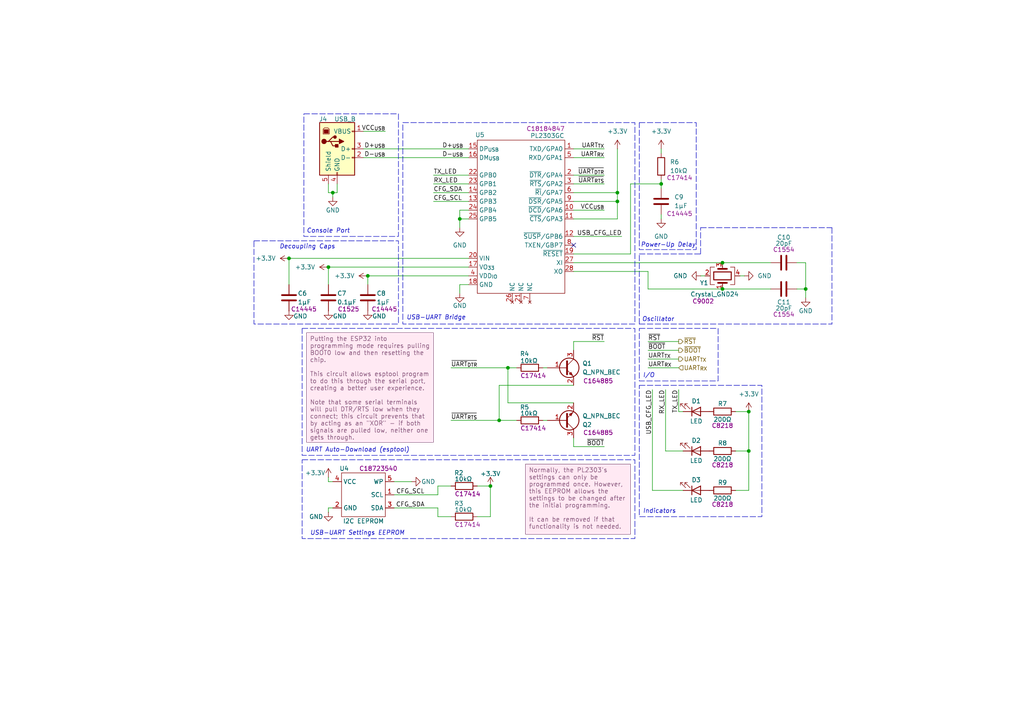
<source format=kicad_sch>
(kicad_sch (version 20231120) (generator "eeschema") (generator_version "8.0")
  (paper "A4")
  (title_block (title "Candytuft WS2811 Controller - USB-UART Circuitry") (date "2024-10-18") (rev "1") (company "https://git.creatures.gay/digimint/candytuft") (comment 3 "Licensed under the CERN OHL-S v2") (comment 4 "Copyright 2024 digimint"))
  (lib_symbols
    (symbol "Connector:USB_B" (pin_names (offset 1.016))
      (property "Reference" "J" (at -5.08 11.43 0))
      (property "Value" "USB_B" (at -5.08 8.89 0))
      (symbol "USB_B_0_1"
        (rectangle (start -5.08 -7.62) (end 5.08 7.62) (stroke (width 0.254)) (fill (type background)))
        (circle (center -3.81 2.159) (radius 0.635) (stroke (width 0.254)) (fill (type outline)))
        (rectangle (start -3.81 5.588) (end -2.54 4.572) (fill (type outline)))
        (circle (center -0.635 3.429) (radius 0.381) (stroke (width 0.254)) (fill (type outline)))
        (rectangle (start -0.127 -7.62) (end 0.127 -6.858))
        (polyline (pts (xy -1.905 2.159) (xy 0.635 2.159)) (stroke (width 0.254)))
        (polyline (pts (xy -3.175 2.159) (xy -2.54 2.159) (xy -1.27 3.429) (xy -0.635 3.429)) (stroke (width 0.254)))
        (polyline (pts (xy -2.54 2.159) (xy -1.905 2.159) (xy -1.27 0.889) (xy 0 0.889)) (stroke (width 0.254)))
        (polyline (pts (xy 0.635 2.794) (xy 0.635 1.524) (xy 1.905 2.159) (xy 0.635 2.794)) (stroke (width 0.254)) (fill (type outline)))
        (polyline (pts (xy -4.064 4.318) (xy -2.286 4.318) (xy -2.286 5.715) (xy -2.667 6.096) (xy -3.683 6.096) (xy -4.064 5.715) (xy -4.064 4.318)))
        (rectangle (start 0.254 1.27) (end -0.508 0.508) (stroke (width 0.254)) (fill (type outline)))
        (rectangle (start 5.08 -2.667) (end 4.318 -2.413))
        (rectangle (start 5.08 -0.127) (end 4.318 0.127))
        (rectangle (start 5.08 4.953) (end 4.318 5.207))
      )
      (symbol "USB_B_1_1"
        (pin power_out line (at 7.62 5.08 180) (length 2.54) (name "VBUS") (number "1"))
        (pin bidirectional line (at 7.62 -2.54 180) (length 2.54) (name "D-") (number "2"))
        (pin bidirectional line (at 7.62 0 180) (length 2.54) (name "D+") (number "3"))
        (pin power_out line (at 0 -10.16 90) (length 2.54) (name "GND") (number "4"))
        (pin passive line (at -2.54 -10.16 90) (length 2.54) (name "Shield") (number "5"))
      )
    )
    (symbol "Device:C" (pin_numbers hide) (pin_names (offset 0.254))
      (property "Reference" "C" (at 0.635 2.54 0))
      (property "Value" "C" (at 0.635 -2.54 0))
      (symbol "C_0_1"
        (polyline (pts (xy -2.032 -0.762) (xy 2.032 -0.762)) (stroke (width 0.508)))
        (polyline (pts (xy -2.032 0.762) (xy 2.032 0.762)) (stroke (width 0.508)))
      )
      (symbol "C_1_1"
        (pin passive line (at 0 3.81 270) (length 2.794) (name "~") (number "1"))
        (pin passive line (at 0 -3.81 90) (length 2.794) (name "~") (number "2"))
      )
    )
    (symbol "Device:Crystal_GND24" (pin_names (offset 1.016) hide)
      (property "Reference" "Y" (at 3.175 5.08 0))
      (property "Value" "Crystal_GND24" (at 3.175 3.175 0))
      (symbol "Crystal_GND24_0_1"
        (rectangle (start -1.143 2.54) (end 1.143 -2.54) (stroke (width 0.3048)))
        (polyline (pts (xy -2.54 0) (xy -2.032 0)))
        (polyline (pts (xy -2.032 -1.27) (xy -2.032 1.27)) (stroke (width 0.508)))
        (polyline (pts (xy 0 -3.81) (xy 0 -3.556)))
        (polyline (pts (xy 0 3.556) (xy 0 3.81)))
        (polyline (pts (xy 2.032 -1.27) (xy 2.032 1.27)) (stroke (width 0.508)))
        (polyline (pts (xy 2.032 0) (xy 2.54 0)))
        (polyline (pts (xy -2.54 -2.286) (xy -2.54 -3.556) (xy 2.54 -3.556) (xy 2.54 -2.286)))
        (polyline (pts (xy -2.54 2.286) (xy -2.54 3.556) (xy 2.54 3.556) (xy 2.54 2.286)))
      )
      (symbol "Crystal_GND24_1_1"
        (pin passive line (at -3.81 0 0) (length 1.27) (name "1") (number "1"))
        (pin passive line (at 0 5.08 270) (length 1.27) (name "2") (number "2"))
        (pin passive line (at 3.81 0 180) (length 1.27) (name "3") (number "3"))
        (pin passive line (at 0 -5.08 90) (length 1.27) (name "4") (number "4"))
      )
    )
    (symbol "Device:LED" (pin_numbers hide) (pin_names (offset 1.016) hide)
      (property "Reference" "D" (at 0 2.54 0))
      (property "Value" "LED" (at 0 -2.54 0))
      (symbol "LED_0_1"
        (polyline (pts (xy -1.27 -1.27) (xy -1.27 1.27)) (stroke (width 0.254)))
        (polyline (pts (xy -1.27 0) (xy 1.27 0)))
        (polyline (pts (xy 1.27 -1.27) (xy 1.27 1.27) (xy -1.27 0) (xy 1.27 -1.27)) (stroke (width 0.254)))
        (polyline (pts (xy -3.048 -0.762) (xy -4.572 -2.286) (xy -3.81 -2.286) (xy -4.572 -2.286) (xy -4.572 -1.524)))
        (polyline (pts (xy -1.778 -0.762) (xy -3.302 -2.286) (xy -2.54 -2.286) (xy -3.302 -2.286) (xy -3.302 -1.524)))
      )
      (symbol "LED_1_1"
        (pin passive line (at -3.81 0 0) (length 2.54) (name "K") (number "1"))
        (pin passive line (at 3.81 0 180) (length 2.54) (name "A") (number "2"))
      )
    )
    (symbol "Device:Q_NPN_BEC" (pin_names (offset 0) hide)
      (property "Reference" "Q" (at 5.08 1.27 0))
      (property "Value" "Q_NPN_BEC" (at 5.08 -1.27 0))
      (symbol "Q_NPN_BEC_0_1"
        (polyline (pts (xy 0.635 0.635) (xy 2.54 2.54)))
        (polyline (pts (xy 0.635 -0.635) (xy 2.54 -2.54) (xy 2.54 -2.54)))
        (polyline (pts (xy 0.635 1.905) (xy 0.635 -1.905) (xy 0.635 -1.905)) (stroke (width 0.508)))
        (polyline (pts (xy 1.27 -1.778) (xy 1.778 -1.27) (xy 2.286 -2.286) (xy 1.27 -1.778) (xy 1.27 -1.778)) (fill (type outline)))
        (circle (center 1.27 0) (radius 2.8194) (stroke (width 0.254)))
      )
      (symbol "Q_NPN_BEC_1_1"
        (pin input line (at -5.08 0 0) (length 5.715) (name "B") (number "1"))
        (pin passive line (at 2.54 -5.08 90) (length 2.54) (name "E") (number "2"))
        (pin passive line (at 2.54 5.08 270) (length 2.54) (name "C") (number "3"))
      )
    )
    (symbol "Device:R" (pin_numbers hide) (pin_names (offset 0))
      (property "Reference" "R" (at 2.032 0 90))
      (property "Value" "R" (at 0 0 90))
      (symbol "R_0_1"
        (rectangle (start -1.016 -2.54) (end 1.016 2.54) (stroke (width 0.254)))
      )
      (symbol "R_1_1"
        (pin passive line (at 0 3.81 270) (length 1.27) (name "~") (number "1"))
        (pin passive line (at 0 -3.81 90) (length 1.27) (name "~") (number "2"))
      )
    )
    (symbol "candytuft:24C02S"
      (property "Reference" "U" (at -5.588 7.62 0))
      (symbol "24C02S_0_1"
        (rectangle (start -6.35 6.35) (end 6.35 -6.35))
      )
      (symbol "24C02S_1_1"
        (pin open_collector line (at 8.89 0 180) (length 2.54) (name "SCL") (number "1"))
        (pin power_in line (at -8.89 -3.81 0) (length 2.54) (name "GND") (number "2"))
        (pin open_collector line (at 8.89 -3.81 180) (length 2.54) (name "SDA") (number "3"))
        (pin power_in line (at -8.89 3.81 0) (length 2.54) (name "VCC") (number "4"))
        (pin input line (at 8.89 3.81 180) (length 2.54) (name "WP") (number "5"))
      )
    )
    (symbol "candytuft:PL2303GC"
      (property "Reference" "U" (at -11.938 7.874 0))
      (property "Value" "PL2303GC" (at 7.366 7.62 0))
      (symbol "PL2303GC_0_1"
        (rectangle (start -12.7 6.35) (end 12.7 -38.1))
      )
      (symbol "PL2303GC_1_1"
        (pin output line (at 15.24 3.81 180) (length 2.54) (name "TXD/GPA0") (number "1"))
        (pin input line (at 15.24 -13.97 180) (length 2.54) (name "~{DCD}/GPA6") (number "10"))
        (pin input line (at 15.24 -16.51 180) (length 2.54) (name "~{CTS}/GPA3") (number "11"))
        (pin output line (at 15.24 -21.59 180) (length 2.54) (name "~{SUSP}/GPB6") (number "12"))
        (pin bidirectional line (at -15.24 -11.43 0) (length 2.54) (name "GPB3") (number "13"))
        (pin bidirectional line (at -15.24 -8.89 0) (length 2.54) (name "GPB2") (number "14"))
        (pin bidirectional line (at -15.24 3.81 0) (length 2.54) (name "DP_{USB}") (number "15"))
        (pin bidirectional line (at -15.24 1.27 0) (length 2.54) (name "DM_{USB}") (number "16"))
        (pin power_in line (at -15.24 -30.48 0) (length 2.54) (name "VO_{33}") (number "17"))
        (pin power_in line (at -15.24 -35.56 0) (length 2.54) (name "GND") (number "18"))
        (pin input line (at 15.24 -26.67 180) (length 2.54) (name "~{RESET}") (number "19"))
        (pin output line (at 15.24 -3.81 180) (length 2.54) (name "~{DTR}/GPA4") (number "2"))
        (pin power_in line (at -15.24 -27.94 0) (length 2.54) (name "VIN") (number "20"))
        (pin no_connect line (at 0 -40.64 90) (length 2.54) (name "NC") (number "21"))
        (pin bidirectional line (at -15.24 -3.81 0) (length 2.54) (name "GPB0") (number "22"))
        (pin bidirectional line (at -15.24 -6.35 0) (length 2.54) (name "GPB1") (number "23"))
        (pin bidirectional line (at -15.24 -13.97 0) (length 2.54) (name "GPB4") (number "24"))
        (pin bidirectional line (at -15.24 -16.51 0) (length 2.54) (name "GPB5") (number "25"))
        (pin no_connect line (at -2.54 -40.64 90) (length 2.54) (name "NC") (number "26"))
        (pin input line (at 15.24 -29.21 180) (length 2.54) (name "XI") (number "27"))
        (pin input line (at 15.24 -31.75 180) (length 2.54) (name "XO") (number "28"))
        (pin output line (at 15.24 -6.35 180) (length 2.54) (name "~{RTS}/GPA2") (number "3"))
        (pin power_in line (at -15.24 -33.02 0) (length 2.54) (name "VDD_{IO}") (number "4"))
        (pin input line (at 15.24 1.27 180) (length 2.54) (name "RXD/GPA1") (number "5"))
        (pin input line (at 15.24 -8.89 180) (length 2.54) (name "~{RI}/GPA7") (number "6"))
        (pin no_connect line (at 2.54 -40.64 90) (length 2.54) (name "NC") (number "7"))
        (pin output line (at 15.24 -24.13 180) (length 2.54) (name "TXEN/GBP7") (number "8"))
        (pin input line (at 15.24 -11.43 180) (length 2.54) (name "~{DSR}/GPA5") (number "9"))
      )
    )
    (symbol "power:+3.3V" (power) (pin_numbers hide) (pin_names (offset 0) hide)
      (property "Value" "+3.3V" (at 0 3.556 0))
      (symbol "+3.3V_0_1"
        (polyline (pts (xy -0.762 1.27) (xy 0 2.54)))
        (polyline (pts (xy 0 0) (xy 0 2.54)))
        (polyline (pts (xy 0 2.54) (xy 0.762 1.27)))
      )
      (symbol "+3.3V_1_1"
        (pin power_in line (at 0 0 90) (length 0) (name "~") (number "1"))
      )
    )
    (symbol "power:GND" (power) (pin_numbers hide) (pin_names (offset 0) hide)
      (property "Value" "GND" (at 0 -3.81 0))
      (symbol "GND_0_1"
        (polyline (pts (xy 0 0) (xy 0 -1.27) (xy 1.27 -1.27) (xy 0 -2.54) (xy -1.27 -1.27) (xy 0 -1.27)))
      )
      (symbol "GND_1_1"
        (pin power_in line (at 0 0 270) (length 0) (name "~") (number "1"))
      )
    )
  )
  (junction (at 209.55 83.82))
  (junction (at 133.35 63.5))
  (junction (at 96.52 55.88))
  (junction (at 95.25 77.47))
  (junction (at 106.68 80.01))
  (junction (at 217.17 130.81))
  (junction (at 179.07 55.88))
  (junction (at 144.78 121.92))
  (junction (at 191.77 53.34))
  (junction (at 142.24 140.97))
  (junction (at 179.07 58.42))
  (junction (at 83.82 74.93))
  (junction (at 209.55 76.2))
  (junction (at 147.32 106.68))
  (junction (at 233.68 83.82))
  (junction (at 217.17 119.38))
  (no_connect (at 166.37 71.12))
  (wire (pts (xy 233.68 76.2) (xy 233.68 83.82)))
  (wire (pts (xy 203.2 80.01) (xy 204.47 80.01)))
  (wire (pts (xy 95.25 147.32) (xy 95.25 148.59)))
  (wire (pts (xy 193.04 130.81) (xy 198.12 130.81)))
  (wire (pts (xy 196.85 101.6) (xy 187.96 101.6)))
  (wire (pts (xy 96.52 57.15) (xy 96.52 55.88)))
  (wire (pts (xy 166.37 53.34) (xy 175.26 53.34)))
  (wire (pts (xy 191.77 63.5) (xy 191.77 62.23)))
  (wire (pts (xy 209.55 76.2) (xy 223.52 76.2)))
  (wire (pts (xy 105.41 43.18) (xy 135.89 43.18)))
  (wire (pts (xy 166.37 101.6) (xy 166.37 99.06)))
  (wire (pts (xy 138.43 140.97) (xy 142.24 140.97)))
  (wire (pts (xy 179.07 43.18) (xy 179.07 55.88)))
  (wire (pts (xy 147.32 116.84) (xy 166.37 116.84)))
  (wire (pts (xy 187.96 78.74) (xy 187.96 83.82)))
  (wire (pts (xy 106.68 80.01) (xy 106.68 82.55)))
  (wire (pts (xy 142.24 149.86) (xy 138.43 149.86)))
  (wire (pts (xy 213.36 142.24) (xy 217.17 142.24)))
  (wire (pts (xy 105.41 45.72) (xy 135.89 45.72)))
  (wire (pts (xy 231.14 76.2) (xy 233.68 76.2)))
  (wire (pts (xy 97.79 55.88) (xy 97.79 53.34)))
  (wire (pts (xy 142.24 140.97) (xy 142.24 149.86)))
  (wire (pts (xy 191.77 53.34) (xy 191.77 54.61)))
  (wire (pts (xy 127 147.32) (xy 127 149.86)))
  (wire (pts (xy 114.3 139.7) (xy 119.38 139.7)))
  (polyline (pts (xy 185.42 73.66) (xy 203.2 73.66)) (stroke (width 0) (type dash)))
  (wire (pts (xy 125.73 55.88) (xy 135.89 55.88)))
  (wire (pts (xy 166.37 43.18) (xy 175.26 43.18)))
  (wire (pts (xy 130.81 106.68) (xy 147.32 106.68)))
  (wire (pts (xy 95.25 77.47) (xy 135.89 77.47)))
  (wire (pts (xy 182.88 53.34) (xy 191.77 53.34)))
  (wire (pts (xy 196.85 119.38) (xy 198.12 119.38)))
  (wire (pts (xy 147.32 106.68) (xy 149.86 106.68)))
  (wire (pts (xy 95.25 77.47) (xy 95.25 82.55)))
  (wire (pts (xy 95.25 55.88) (xy 95.25 53.34)))
  (wire (pts (xy 215.9 80.01) (xy 214.63 80.01)))
  (wire (pts (xy 166.37 73.66) (xy 182.88 73.66)))
  (polyline (pts (xy 203.2 73.66) (xy 203.2 66.04)) (stroke (width 0) (type dash)))
  (polyline (pts (xy 185.42 93.98) (xy 185.42 73.66)) (stroke (width 0) (type dash)))
  (wire (pts (xy 127 143.51) (xy 127 140.97)))
  (wire (pts (xy 187.96 83.82) (xy 209.55 83.82)))
  (wire (pts (xy 157.48 106.68) (xy 158.75 106.68)))
  (wire (pts (xy 133.35 63.5) (xy 135.89 63.5)))
  (wire (pts (xy 182.88 73.66) (xy 182.88 53.34)))
  (wire (pts (xy 166.37 58.42) (xy 179.07 58.42)))
  (wire (pts (xy 233.68 83.82) (xy 231.14 83.82)))
  (wire (pts (xy 144.78 111.76) (xy 144.78 121.92)))
  (wire (pts (xy 111.76 38.1) (xy 105.41 38.1)))
  (wire (pts (xy 133.35 82.55) (xy 133.35 85.09)))
  (wire (pts (xy 196.85 113.03) (xy 196.85 119.38)))
  (wire (pts (xy 147.32 106.68) (xy 147.32 116.84)))
  (wire (pts (xy 166.37 78.74) (xy 187.96 78.74)))
  (wire (pts (xy 125.73 53.34) (xy 135.89 53.34)))
  (wire (pts (xy 96.52 55.88) (xy 95.25 55.88)))
  (wire (pts (xy 127 149.86) (xy 130.81 149.86)))
  (polyline (pts (xy 185.42 93.98) (xy 241.3 93.98)) (stroke (width 0) (type dash)))
  (wire (pts (xy 166.37 63.5) (xy 179.07 63.5)))
  (wire (pts (xy 83.82 74.93) (xy 83.82 82.55)))
  (wire (pts (xy 133.35 60.96) (xy 133.35 63.5)))
  (wire (pts (xy 191.77 43.18) (xy 191.77 44.45)))
  (wire (pts (xy 135.89 82.55) (xy 133.35 82.55)))
  (wire (pts (xy 83.82 74.93) (xy 135.89 74.93)))
  (wire (pts (xy 179.07 63.5) (xy 179.07 58.42)))
  (wire (pts (xy 144.78 121.92) (xy 149.86 121.92)))
  (wire (pts (xy 196.85 104.14) (xy 187.96 104.14)))
  (wire (pts (xy 133.35 63.5) (xy 133.35 66.04)))
  (wire (pts (xy 166.37 99.06) (xy 175.26 99.06)))
  (wire (pts (xy 166.37 127) (xy 166.37 129.54)))
  (wire (pts (xy 96.52 139.7) (xy 95.25 139.7)))
  (wire (pts (xy 97.79 55.88) (xy 96.52 55.88)))
  (wire (pts (xy 127 140.97) (xy 130.81 140.97)))
  (wire (pts (xy 196.85 106.68) (xy 187.96 106.68)))
  (wire (pts (xy 130.81 121.92) (xy 144.78 121.92)))
  (wire (pts (xy 166.37 129.54) (xy 175.26 129.54)))
  (wire (pts (xy 180.34 68.58) (xy 166.37 68.58)))
  (wire (pts (xy 166.37 50.8) (xy 175.26 50.8)))
  (wire (pts (xy 179.07 58.42) (xy 179.07 55.88)))
  (wire (pts (xy 135.89 60.96) (xy 133.35 60.96)))
  (wire (pts (xy 191.77 52.07) (xy 191.77 53.34)))
  (wire (pts (xy 144.78 111.76) (xy 166.37 111.76)))
  (wire (pts (xy 189.23 113.03) (xy 189.23 142.24)))
  (wire (pts (xy 157.48 121.92) (xy 158.75 121.92)))
  (wire (pts (xy 114.3 147.32) (xy 127 147.32)))
  (wire (pts (xy 233.68 83.82) (xy 233.68 86.36)))
  (wire (pts (xy 209.55 83.82) (xy 223.52 83.82)))
  (wire (pts (xy 114.3 143.51) (xy 127 143.51)))
  (wire (pts (xy 213.36 130.81) (xy 217.17 130.81)))
  (polyline (pts (xy 203.2 66.04) (xy 241.3 66.04)) (stroke (width 0) (type dash)))
  (wire (pts (xy 166.37 55.88) (xy 179.07 55.88)))
  (wire (pts (xy 175.26 60.96) (xy 166.37 60.96)))
  (wire (pts (xy 166.37 45.72) (xy 175.26 45.72)))
  (wire (pts (xy 106.68 80.01) (xy 135.89 80.01)))
  (wire (pts (xy 196.85 99.06) (xy 187.96 99.06)))
  (wire (pts (xy 166.37 76.2) (xy 209.55 76.2)))
  (wire (pts (xy 125.73 58.42) (xy 135.89 58.42)))
  (wire (pts (xy 193.04 113.03) (xy 193.04 130.81)))
  (wire (pts (xy 213.36 119.38) (xy 217.17 119.38)))
  (wire (pts (xy 95.25 138.43) (xy 95.25 139.7)))
  (wire (pts (xy 189.23 142.24) (xy 198.12 142.24)))
  (wire (pts (xy 217.17 119.38) (xy 217.17 130.81)))
  (wire (pts (xy 96.52 147.32) (xy 95.25 147.32)))
  (polyline (pts (xy 241.3 66.04) (xy 241.3 93.98)) (stroke (width 0) (type dash)))
  (wire (pts (xy 125.73 50.8) (xy 135.89 50.8)))
  (wire (pts (xy 217.17 130.81) (xy 217.17 142.24)))
  (rectangle (start 87.63 95.25) (end 184.15 132.08) (stroke (width 0) (type dash)))
  (rectangle (start 185.42 111.76) (end 220.98 149.86) (stroke (width 0) (type dash)))
  (rectangle (start 185.42 35.56) (end 201.93 72.39) (stroke (width 0) (type dash)))
  (rectangle (start 73.66 69.85) (end 115.57 93.98) (stroke (width 0) (type dash)))
  (rectangle (start 87.63 133.35) (end 184.15 156.21) (stroke (width 0) (type dash)))
  (rectangle (start 88.138 33.02) (end 115.57 68.58) (stroke (width 0) (type dash)))
  (rectangle (start 185.42 95.25) (end 208.28 110.49) (stroke (width 0) (type dash)))
  (rectangle (start 116.84 35.56) (end 184.15 93.98) (stroke (width 0) (type dash)))
  (text_box "Putting the ESP32 into programming mode requires pulling BOOT0 low and then resetting the chip.\n\nThis circuit allows esptool program to do this through the serial port, creating a better user experience.\n\nNote that some serial terminals will pull DTR/RTS low when they connect; this circuit prevents that by acting as an \"XOR\" - if both signals are pulled low, neither one gets through." (at 88.9 96.52 0) (size 36.83 31.75) (stroke (width 0) (color 136 87 125 1)) (fill (type color) (color 255 233 243 1)) (effects (font (size 1.27 1.27)) (justify left top)))
  (text_box "Normally, the PL2303's settings can only be programmed once. However, this EEPROM allows the settings to be changed after the initial programming.\n\nIt can be removed if that functionality is not needed." (at 152.4 134.62 0) (size 30.48 20.32) (stroke (width 0) (color 136 87 125 1)) (fill (type color) (color 255 233 243 1)) (effects (font (size 1.27 1.27)) (justify left top)))
  (text "Oscillator" (at 186.182 92.71 0) (effects (font (size 1.27 1.27) (italic yes)) (justify left)))
  (text "Decoupling Caps" (at 81.026 71.628 0) (effects (font (size 1.27 1.27) (italic yes)) (justify left)))
  (text "Console Port" (at 88.9 67.056 0) (effects (font (size 1.27 1.27) (italic yes)) (justify left)))
  (text "I/O" (at 186.436 108.966 0) (effects (font (size 1.27 1.27) (italic yes)) (justify left)))
  (text "UART Auto-Download (esptool)" (at 88.646 130.556 0) (effects (font (size 1.27 1.27) (italic yes)) (justify left)))
  (text "USB-UART Settings EEPROM" (at 89.916 154.686 0) (effects (font (size 1.27 1.27) (italic yes)) (justify left)))
  (text "Indicators" (at 191.262 148.336 0) (effects (font (size 1.27 1.27) (italic yes))))
  (text "USB-UART Bridge" (at 117.856 92.202 0) (effects (font (size 1.27 1.27) (italic yes)) (justify left)))
  (text "Power-Up Delay" (at 193.802 71.12 0) (effects (font (size 1.27 1.27) (italic yes))))
  (label "D+_{USB}" (at 128.27 43.18 0))
  (label "USB_CFG_LED" (at 189.23 113.03 270))
  (label "~{RST}" (at 187.96 99.06 0))
  (label "UART_{TX}" (at 187.96 104.14 0))
  (label "UART_{RX}" (at 187.96 106.68 0))
  (label "VCC_{USB}" (at 175.26 60.96 180))
  (label "CFG_SDA" (at 125.73 55.88 0))
  (label "~{UART_{DTR}}" (at 175.26 50.8 180))
  (label "VCC_{USB}" (at 111.76 38.1 180))
  (label "RX_LED" (at 193.04 113.03 270))
  (label "~{BOOT}" (at 175.26 129.54 180))
  (label "~{UART_{RTS}}" (at 175.26 53.34 180))
  (label "RX_LED" (at 125.73 53.34 0))
  (label "CFG_SCL" (at 125.73 58.42 0))
  (label "CFG_SDA" (at 123.19 147.32 180))
  (label "TX_LED" (at 125.73 50.8 0))
  (label "D-_{USB}" (at 128.27 45.72 0))
  (label "TX_LED" (at 196.85 113.03 270))
  (label "~{RST}" (at 175.26 99.06 180))
  (label "CFG_SCL" (at 123.19 143.51 180))
  (label "UART_{TX}" (at 175.26 43.18 180))
  (label "~{BOOT}" (at 187.96 101.6 0))
  (label "USB_CFG_LED" (at 180.34 68.58 180))
  (label "UART_{RX}" (at 175.26 45.72 180))
  (label "D+_{USB}" (at 111.76 43.18 180))
  (label "D-_{USB}" (at 111.76 45.72 180))
  (label "~{UART_{DTR}}" (at 130.81 106.68 0))
  (label "~{UART_{RTS}}" (at 130.81 121.92 0))
  (hierarchical_label "UART_{RX}" (shape input) (at 196.85 106.68 0))
  (hierarchical_label "~{RST}" (shape output) (at 196.85 99.06 0))
  (hierarchical_label "UART_{TX}" (shape output) (at 196.85 104.14 0))
  (hierarchical_label "~{BOOT}" (shape output) (at 196.85 101.6 0))
  (symbol (lib_id "power:GND") (at 119.38 139.7 90) (unit 1)
    (property "Reference" "#PWR025" (effects (hide yes)))
    (property "Value" "GND" (at 124.206 139.7 90))
    (property "Description" "Power symbol creates a global label with name \"GND\" , ground" (effects (hide yes)))
  )
  (symbol (lib_id "power:GND") (at 133.35 85.09 0) (unit 1)
    (property "Reference" "#PWR027" (effects (hide yes)))
    (property "Value" "GND" (at 133.35 88.646 0))
    (property "Description" "Power symbol creates a global label with name \"GND\" , ground" (effects (hide yes)))
  )
  (symbol (lib_id "Device:C") (at 83.82 86.36 0) (unit 1)
    (property "Reference" "C6" (at 86.36 85.09 0) (effects (justify left)))
    (property "Value" "1μF" (at 86.36 87.63 0) (effects (justify left)))
    (property "Footprint" "Capacitor_SMD:C_0402_1005Metric" (effects (hide yes)))
    (property "Description" "Unpolarized capacitor" (effects (hide yes)))
    (property "LCSC" "C14445" (at 88.138 89.662 0))
  )
  (symbol (lib_id "Device:Q_NPN_BEC") (at 163.83 106.68 0) (unit 1)
    (property "Reference" "Q1" (at 168.91 105.4099 0) (effects (justify left)))
    (property "Value" "Q_NPN_BEC" (at 168.91 107.9499 0) (effects (justify left)))
    (property "Footprint" "Package_TO_SOT_SMD:SOT-23" (effects (hide yes)))
    (property "Description" "NPN transistor, base/emitter/collector" (effects (hide yes)))
    (property "LCSC" "C164885" (at 173.482 110.49 0))
  )
  (symbol (lib_id "power:GND") (at 95.25 90.17 0) (unit 1)
    (property "Reference" "#PWR019" (effects (hide yes)))
    (property "Value" "GND" (at 98.552 91.694 0))
    (property "Description" "Power symbol creates a global label with name \"GND\" , ground" (effects (hide yes)))
  )
  (symbol (lib_id "Device:C") (at 106.68 86.36 0) (unit 1)
    (property "Reference" "C8" (at 109.22 85.09 0) (effects (justify left)))
    (property "Value" "1μF" (at 109.22 87.63 0) (effects (justify left)))
    (property "Footprint" "Capacitor_SMD:C_0402_1005Metric" (effects (hide yes)))
    (property "Description" "Unpolarized capacitor" (effects (hide yes)))
    (property "LCSC" "C14445" (at 111.506 89.662 0))
  )
  (symbol (lib_id "power:GND") (at 96.52 57.15 0) (unit 1)
    (property "Reference" "#PWR022" (effects (hide yes)))
    (property "Value" "GND" (at 96.52 60.96 0))
    (property "Description" "Power symbol creates a global label with name \"GND\" , ground" (effects (hide yes)))
  )
  (symbol (lib_id "power:+3.3V") (at 142.24 140.97 0) (unit 1)
    (property "Reference" "#PWR028" (effects (hide yes)))
    (property "Value" "+3.3V" (at 142.24 137.414 0))
    (property "Description" "Power symbol creates a global label with name \"+3.3V\"" (effects (hide yes)))
  )
  (symbol (lib_id "Device:R") (at 153.67 121.92 90) (unit 1)
    (property "Reference" "R5" (at 152.146 118.11 90))
    (property "Value" "10kΩ" (at 150.876 119.888 90) (effects (justify right)))
    (property "Footprint" "Resistor_SMD:R_0805_2012Metric" (effects (hide yes)))
    (property "Description" "Resistor" (effects (hide yes)))
    (property "LCSC" "C17414" (at 154.686 124.206 90))
  )
  (symbol (lib_id "power:+3.3V") (at 95.25 77.47 90) (unit 1)
    (property "Reference" "#PWR018" (effects (hide yes)))
    (property "Value" "+3.3V" (at 91.44 77.4699 90) (effects (justify left)))
    (property "Description" "Power symbol creates a global label with name \"+3.3V\"" (effects (hide yes)))
  )
  (symbol (lib_id "power:+3.3V") (at 217.17 119.38 0) (unit 1)
    (property "Reference" "#PWR033" (effects (hide yes)))
    (property "Value" "+3.3V" (at 217.17 114.3 0))
    (property "Description" "Power symbol creates a global label with name \"+3.3V\"" (effects (hide yes)))
  )
  (symbol (lib_id "power:GND") (at 191.77 63.5 0) (unit 1)
    (property "Reference" "#PWR031" (effects (hide yes)))
    (property "Value" "GND" (at 191.77 68.58 0))
    (property "Description" "Power symbol creates a global label with name \"GND\" , ground" (effects (hide yes)))
  )
  (symbol (lib_id "Device:R") (at 153.67 106.68 90) (unit 1)
    (property "Reference" "R4" (at 152.146 102.616 90))
    (property "Value" "10kΩ" (at 150.876 104.648 90) (effects (justify right)))
    (property "Footprint" "Resistor_SMD:R_0805_2012Metric" (effects (hide yes)))
    (property "Description" "Resistor" (effects (hide yes)))
    (property "LCSC" "C17414" (at 154.686 108.966 90))
  )
  (symbol (lib_id "Device:R") (at 209.55 130.81 90) (unit 1)
    (property "Reference" "R8" (at 209.55 128.524 90))
    (property "Value" "200Ω" (at 209.55 133.096 90))
    (property "Footprint" "Resistor_SMD:R_0603_1608Metric" (effects (hide yes)))
    (property "Description" "Resistor" (effects (hide yes)))
    (property "Part No" "0603WAF750JT5E" (effects (hide yes)))
    (property "LCSC" "C8218" (at 209.55 134.874 90))
  )
  (symbol (lib_id "power:GND") (at 203.2 80.01 270) (unit 1)
    (property "Reference" "#PWR039" (effects (hide yes)))
    (property "Value" "GND" (at 199.39 80.0101 90) (effects (justify right)))
    (property "Description" "Power symbol creates a global label with name \"GND\" , ground" (effects (hide yes)))
  )
  (symbol (lib_id "Device:R") (at 134.62 149.86 90) (unit 1)
    (property "Reference" "R3" (at 133.096 146.05 90))
    (property "Value" "10kΩ" (at 131.826 147.828 90) (effects (justify right)))
    (property "Footprint" "Resistor_SMD:R_0805_2012Metric" (effects (hide yes)))
    (property "Description" "Resistor" (effects (hide yes)))
    (property "LCSC" "C17414" (at 135.636 152.146 90))
  )
  (symbol (lib_id "Device:R") (at 209.55 142.24 90) (unit 1)
    (property "Reference" "R9" (at 209.55 139.954 90))
    (property "Value" "200Ω" (at 209.55 144.526 90))
    (property "Footprint" "Resistor_SMD:R_0603_1608Metric" (effects (hide yes)))
    (property "Description" "Resistor" (effects (hide yes)))
    (property "Part No" "0805W8F100JT5E" (effects (hide yes)))
    (property "LCSC" "C8218" (at 209.55 146.304 90))
  )
  (symbol (lib_id "Device:LED") (at 201.93 142.24 0) (mirror x) (unit 1)
    (property "Reference" "D3" (at 201.93 139.192 0))
    (property "Value" "LED" (at 201.93 145.034 0))
    (property "Footprint" "LED_THT:LED_D5.0mm_Clear" (effects (hide yes)))
    (property "Description" "Light emitting diode" (effects (hide yes)))
  )
  (symbol (lib_id "Device:C") (at 227.33 76.2 90) (unit 1)
    (property "Reference" "C10" (at 227.33 68.834 90))
    (property "Value" "20pF" (at 227.33 70.612 90))
    (property "Footprint" "Capacitor_SMD:C_0402_1005Metric" (effects (hide yes)))
    (property "Description" "Unpolarized capacitor" (effects (hide yes)))
    (property "LCSC" "C1554" (at 227.33 72.39 90))
  )
  (symbol (lib_id "power:GND") (at 95.25 148.59 0) (unit 1)
    (property "Reference" "#PWR021" (effects (hide yes)))
    (property "Value" "GND" (at 91.694 149.86 0))
    (property "Description" "Power symbol creates a global label with name \"GND\" , ground" (effects (hide yes)))
  )
  (symbol (lib_id "Device:R") (at 134.62 140.97 90) (unit 1)
    (property "Reference" "R2" (at 133.096 137.16 90))
    (property "Value" "10kΩ" (at 131.826 138.938 90) (effects (justify right)))
    (property "Footprint" "Resistor_SMD:R_0805_2012Metric" (effects (hide yes)))
    (property "Description" "Resistor" (effects (hide yes)))
    (property "LCSC" "C17414" (at 135.636 143.256 90))
  )
  (symbol (lib_id "power:+3.3V") (at 106.68 80.01 90) (unit 1)
    (property "Reference" "#PWR023" (effects (hide yes)))
    (property "Value" "+3.3V" (at 102.87 80.0099 90) (effects (justify left)))
    (property "Description" "Power symbol creates a global label with name \"+3.3V\"" (effects (hide yes)))
  )
  (symbol (lib_id "Device:C") (at 191.77 58.42 0) (unit 1)
    (property "Reference" "C9" (at 195.58 57.1499 0) (effects (justify left)))
    (property "Value" "1μF" (at 195.58 59.6899 0) (effects (justify left)))
    (property "Footprint" "Capacitor_SMD:C_0402_1005Metric" (effects (hide yes)))
    (property "Description" "Unpolarized capacitor" (effects (hide yes)))
    (property "LCSC" "C14445" (at 197.104 61.976 0))
  )
  (symbol (lib_id "power:GND") (at 215.9 80.01 90) (unit 1)
    (property "Reference" "#PWR038" (effects (hide yes)))
    (property "Value" "GND" (at 219.71 80.0099 90) (effects (justify right)))
    (property "Description" "Power symbol creates a global label with name \"GND\" , ground" (effects (hide yes)))
  )
  (symbol (lib_id "Device:Crystal_GND24") (at 209.55 80.01 90) (unit 1)
    (property "Reference" "Y1" (at 204.216 82.042 90))
    (property "Value" "Crystal_GND24" (at 207.264 85.344 90))
    (property "Footprint" "Crystal:Crystal_SMD_3225-4Pin_3.2x2.5mm" (effects (hide yes)))
    (property "Description" "Four pin crystal, GND on pins 2 and 4" (effects (hide yes)))
    (property "LCSC" "C9002" (at 203.962 87.376 90))
  )
  (symbol (lib_id "power:+3.3V") (at 191.77 43.18 0) (unit 1)
    (property "Reference" "#PWR030" (effects (hide yes)))
    (property "Value" "+3.3V" (at 191.77 38.1 0))
    (property "Description" "Power symbol creates a global label with name \"+3.3V\"" (effects (hide yes)))
  )
  (symbol (lib_id "Device:LED") (at 201.93 130.81 0) (mirror x) (unit 1)
    (property "Reference" "D2" (at 201.93 127.762 0))
    (property "Value" "LED" (at 201.93 133.604 0))
    (property "Footprint" "LED_THT:LED_D5.0mm_Clear" (effects (hide yes)))
    (property "Description" "Light emitting diode" (effects (hide yes)))
  )
  (symbol (lib_id "power:+3.3V") (at 179.07 43.18 0) (unit 1)
    (property "Reference" "#PWR029" (effects (hide yes)))
    (property "Value" "+3.3V" (at 179.07 38.1 0))
    (property "Description" "Power symbol creates a global label with name \"+3.3V\"" (effects (hide yes)))
  )
  (symbol (lib_id "Device:Q_NPN_BEC") (at 163.83 121.92 0) (mirror x) (unit 1)
    (property "Reference" "Q2" (at 168.91 123.1901 0) (effects (justify left)))
    (property "Value" "Q_NPN_BEC" (at 168.91 120.6501 0) (effects (justify left)))
    (property "Footprint" "Package_TO_SOT_SMD:SOT-23" (effects (hide yes)))
    (property "Description" "NPN transistor, base/emitter/collector" (effects (hide yes)))
    (property "LCSC" "C164885" (at 173.482 125.476 0))
  )
  (symbol (lib_id "candytuft:24C02S") (at 105.41 143.51 0) (unit 1)
    (property "Reference" "U4" (at 99.822 135.89 0))
    (property "Value" "I2C EEPROM" (at 105.41 151.13 0))
    (property "Footprint" "Package_TO_SOT_SMD:SOT-23-5" (effects (hide yes)))
    (property "LCSC" "C18723540" (at 109.728 135.89 0))
  )
  (symbol (lib_id "Device:LED") (at 201.93 119.38 0) (mirror x) (unit 1)
    (property "Reference" "D1" (at 201.93 116.332 0))
    (property "Value" "LED" (at 201.93 122.174 0))
    (property "Footprint" "LED_THT:LED_D5.0mm_Clear" (effects (hide yes)))
    (property "Description" "Light emitting diode" (effects (hide yes)))
  )
  (symbol (lib_id "Device:R") (at 209.55 119.38 90) (unit 1)
    (property "Reference" "R7" (at 209.55 117.094 90))
    (property "Value" "200Ω" (at 209.55 121.666 90))
    (property "Footprint" "Resistor_SMD:R_0603_1608Metric" (effects (hide yes)))
    (property "Description" "Resistor" (effects (hide yes)))
    (property "Part No." "0603WAF750JT5E" (effects (hide yes)))
    (property "LCSC" "C8218" (at 209.55 123.444 90))
  )
  (symbol (lib_id "power:+3.3V") (at 83.82 74.93 90) (unit 1)
    (property "Reference" "#PWR016" (effects (hide yes)))
    (property "Value" "+3.3V" (at 80.01 74.9299 90) (effects (justify left)))
    (property "Description" "Power symbol creates a global label with name \"+3.3V\"" (effects (hide yes)))
  )
  (symbol (lib_id "power:GND") (at 133.35 66.04 0) (unit 1)
    (property "Reference" "#PWR026" (effects (hide yes)))
    (property "Value" "GND" (at 133.35 71.12 0))
    (property "Description" "Power symbol creates a global label with name \"GND\" , ground" (effects (hide yes)))
  )
  (symbol (lib_id "power:GND") (at 233.68 86.36 0) (unit 1)
    (property "Reference" "#PWR032" (effects (hide yes)))
    (property "Value" "GND" (at 233.68 90.17 0))
    (property "Description" "Power symbol creates a global label with name \"GND\" , ground" (effects (hide yes)))
  )
  (symbol (lib_id "Device:C") (at 95.25 86.36 0) (unit 1)
    (property "Reference" "C7" (at 97.79 85.09 0) (effects (justify left)))
    (property "Value" "0.1μF" (at 97.79 87.63 0) (effects (justify left)))
    (property "Footprint" "Capacitor_SMD:C_0402_1005Metric" (effects (hide yes)))
    (property "Description" "Unpolarized capacitor" (effects (hide yes)))
    (property "LCSC" "C1525" (at 101.092 89.662 0))
  )
  (symbol (lib_id "power:GND") (at 83.82 90.17 0) (unit 1)
    (property "Reference" "#PWR017" (effects (hide yes)))
    (property "Value" "GND" (at 87.122 91.694 0))
    (property "Description" "Power symbol creates a global label with name \"GND\" , ground" (effects (hide yes)))
  )
  (symbol (lib_id "candytuft:PL2303GC") (at 151.13 46.99 0) (unit 1)
    (property "Reference" "U5" (at 139.192 39.116 0))
    (property "Value" "PL2303GC" (at 158.75 39.37 0))
    (property "Footprint" "Package_SO:SSOP-28_5.3x10.2mm_P0.65mm" (effects (hide yes)))
    (property "Description" "USB-UART Bridge" (effects (hide yes)))
    (property "LCSC" "C18184847" (at 158.242 37.338 0))
  )
  (symbol (lib_id "Connector:USB_B") (at 97.79 43.18 0) (unit 1)
    (property "Reference" "J4" (at 93.726 34.544 0))
    (property "Value" "USB_B" (at 100.076 34.544 0))
    (property "Footprint" "Connector_USB:USB_B_TE_5787834_Vertical" (effects (hide yes)))
    (property "Description" "USB Type B connector" (effects (hide yes)))
  )
  (symbol (lib_id "Device:R") (at 191.77 48.26 0) (unit 1)
    (property "Reference" "R6" (at 194.31 46.9899 0) (effects (justify left)))
    (property "Value" "10kΩ" (at 194.31 49.5299 0) (effects (justify left)))
    (property "Footprint" "Resistor_SMD:R_0805_2012Metric" (effects (hide yes)))
    (property "Description" "Resistor" (effects (hide yes)))
    (property "LCSC" "C17414" (at 197.104 51.562 0))
  )
  (symbol (lib_id "power:+3.3V") (at 95.25 138.43 0) (unit 1)
    (property "Reference" "#PWR020" (effects (hide yes)))
    (property "Value" "+3.3V" (at 91.44 137.16 0))
    (property "Description" "Power symbol creates a global label with name \"+3.3V\"" (effects (hide yes)))
  )
  (symbol (lib_id "power:GND") (at 106.68 90.17 0) (unit 1)
    (property "Reference" "#PWR024" (effects (hide yes)))
    (property "Value" "GND" (at 109.982 91.694 0))
    (property "Description" "Power symbol creates a global label with name \"GND\" , ground" (effects (hide yes)))
  )
  (symbol (lib_id "Device:C") (at 227.33 83.82 90) (unit 1)
    (property "Reference" "C11" (at 227.33 87.63 90))
    (property "Value" "20pF" (at 227.33 89.408 90))
    (property "Footprint" "Capacitor_SMD:C_0402_1005Metric" (effects (hide yes)))
    (property "Description" "Unpolarized capacitor" (effects (hide yes)))
    (property "LCSC" "C1554" (at 227.33 91.186 90))
  )
)
</source>
